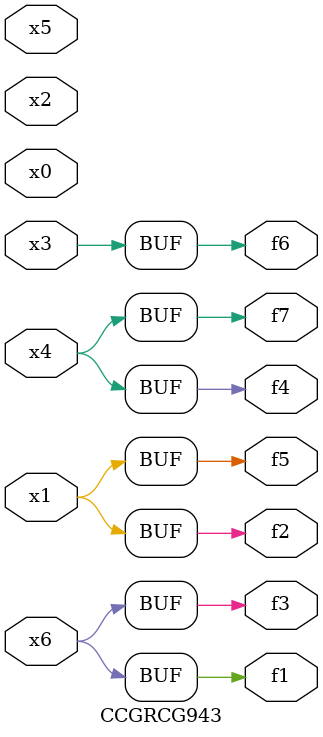
<source format=v>
module CCGRCG943(
	input x0, x1, x2, x3, x4, x5, x6,
	output f1, f2, f3, f4, f5, f6, f7
);
	assign f1 = x6;
	assign f2 = x1;
	assign f3 = x6;
	assign f4 = x4;
	assign f5 = x1;
	assign f6 = x3;
	assign f7 = x4;
endmodule

</source>
